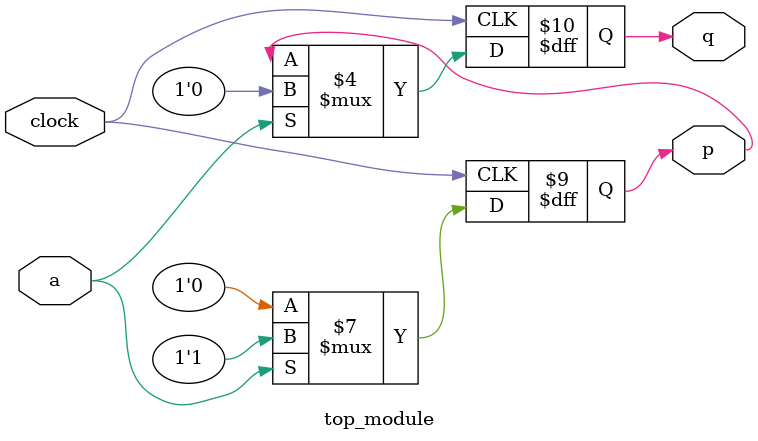
<source format=sv>
module top_module (
  input clock,
  input a,
  output reg p,
  output reg q
);

always @(posedge clock) begin
  // Use blocking assignments to update p and q
  if (a == 1'b1) begin
    p <= 1'b1;
    q <= 1'b0;
  end else begin
    p <= 1'b0;
    q <= p;
  end
end

endmodule

</source>
